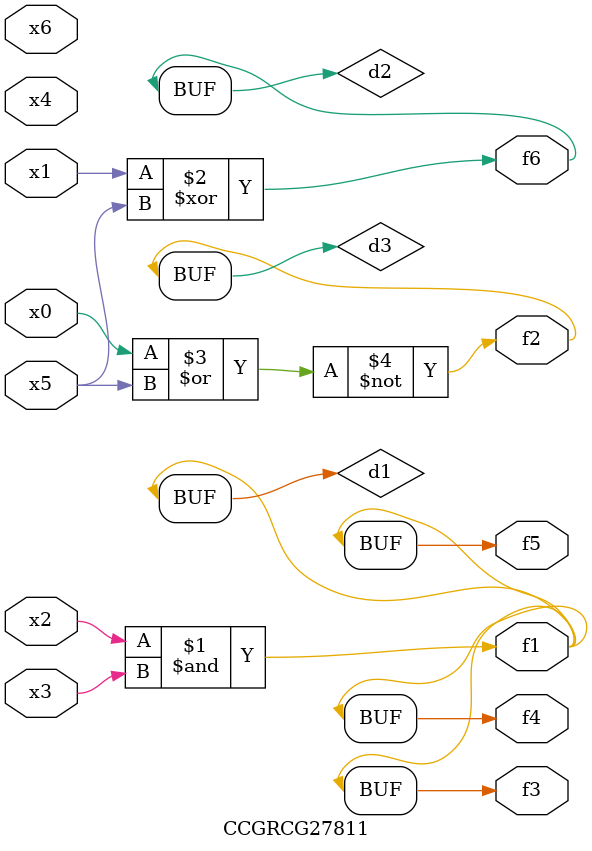
<source format=v>
module CCGRCG27811(
	input x0, x1, x2, x3, x4, x5, x6,
	output f1, f2, f3, f4, f5, f6
);

	wire d1, d2, d3;

	and (d1, x2, x3);
	xor (d2, x1, x5);
	nor (d3, x0, x5);
	assign f1 = d1;
	assign f2 = d3;
	assign f3 = d1;
	assign f4 = d1;
	assign f5 = d1;
	assign f6 = d2;
endmodule

</source>
